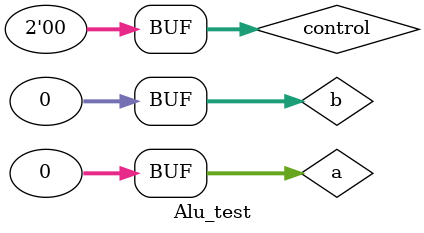
<source format=v>
`timescale 1ns / 1ps

module Alu_test;
  reg [1:0]control;
  reg signed [31:0]a;
  reg signed [31:0]b;

  wire signed [31:0]ans;
  wire overflow;

  alu uut(
    .control(control),
    .a(a),
    .b(b),
    .ans(ans),
    .overflow(overflow)
  );

  initial begin
		$dumpfile("Alu_test.vcd");
    $dumpvars(0,Alu_test);
    control=2'b00;
		a = 32'b0;
		b = 32'b0;

		#100;

		#20 control=2'b00;a=32'b1011;b=32'b0100;
    #20 control=2'b01;a=32'b1011;b=32'b0100;
    #20 control=2'b10;a=32'b1011;b=32'b0100;
    #20 control=2'b11;a=32'b1011;b=32'b0100;
    #20 control=2'b00;a=-32'b1011;b=32'b0100;
    #20 control=2'b01;a=-32'b1011;b=32'b0100;
    #20 control=2'b10;a=-32'b1011;b=32'b0100;
    #20 control=2'b11;a=-32'b1011;b=32'b0100;
    #20 control=2'b00;a=32'b1011;b=-32'b0100;
    #20 control=2'b01;a=32'b1011;b=-32'b0100;
    #20 control=2'b10;a=32'b1011;b=-32'b0100;
    #20 control=2'b11;a=32'b1011;b=-32'b0100;
    #20 control=2'b00;a=-32'b1011;b=-32'b0100;
    #20 control=2'b01;a=-32'b1011;b=-32'b0100;
    #20 control=2'b10;a=-32'b1011;b=-32'b0100;
    #20 control=2'b11;a=-32'b1011;b=-32'b0100;
    #20 control=2'b00;a=32'd2147483647;b=32'd1;
    #20 control=2'b01;a=32'd2147483647;b=-32'd1;
    #20 control=2'b00;a=32'b0;b=32'b0;
	end
	
  initial 
		$monitor("control=%b a=%b b=%b ans=%b overflow=%b\n",control,a,b,ans,overflow);
endmodule
</source>
